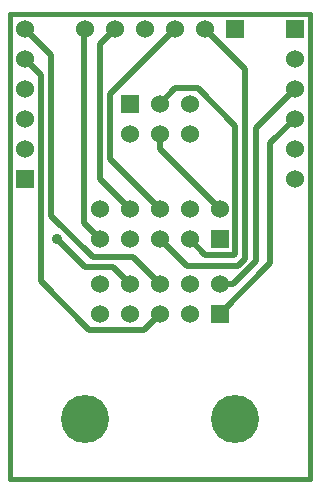
<source format=gtl>
G04 (created by PCBNEW-RS274X (2012-01-19 BZR 3256)-stable) date 07/10/2012 22:08:04*
G01*
G70*
G90*
%MOIN*%
G04 Gerber Fmt 3.4, Leading zero omitted, Abs format*
%FSLAX34Y34*%
G04 APERTURE LIST*
%ADD10C,0.006000*%
%ADD11C,0.015000*%
%ADD12C,0.160000*%
%ADD13R,0.060000X0.060000*%
%ADD14C,0.060000*%
%ADD15C,0.035000*%
%ADD16C,0.019800*%
G04 APERTURE END LIST*
G54D10*
G54D11*
X86000Y-40000D02*
X76000Y-40000D01*
X86000Y-55500D02*
X86000Y-40000D01*
X76000Y-55500D02*
X86000Y-55500D01*
X76000Y-40000D02*
X76000Y-55500D01*
G54D12*
X83500Y-53500D03*
X78500Y-53500D03*
G54D13*
X83000Y-47500D03*
G54D14*
X83000Y-46500D03*
X82000Y-47500D03*
X82000Y-46500D03*
X81000Y-47500D03*
X81000Y-46500D03*
X80000Y-47500D03*
X80000Y-46500D03*
X79000Y-47500D03*
X79000Y-46500D03*
G54D13*
X83000Y-50000D03*
G54D14*
X83000Y-49000D03*
X82000Y-50000D03*
X82000Y-49000D03*
X81000Y-50000D03*
X81000Y-49000D03*
X80000Y-50000D03*
X80000Y-49000D03*
X79000Y-50000D03*
X79000Y-49000D03*
G54D13*
X80000Y-43000D03*
G54D14*
X80000Y-44000D03*
X81000Y-43000D03*
X81000Y-44000D03*
X82000Y-43000D03*
X82000Y-44000D03*
G54D13*
X76500Y-45500D03*
G54D14*
X76500Y-44500D03*
X76500Y-43500D03*
X76500Y-42500D03*
X76500Y-41500D03*
X76500Y-40500D03*
G54D13*
X83500Y-40500D03*
G54D14*
X82500Y-40500D03*
X81500Y-40500D03*
X80500Y-40500D03*
X79500Y-40500D03*
X78500Y-40500D03*
G54D13*
X85500Y-40500D03*
G54D14*
X85500Y-41500D03*
X85500Y-42500D03*
X85500Y-43500D03*
X85500Y-44500D03*
X85500Y-45500D03*
G54D15*
X77569Y-47484D03*
G54D16*
X81000Y-44000D02*
X81000Y-44500D01*
X81000Y-44500D02*
X83000Y-46500D01*
X83000Y-50000D02*
X84685Y-48315D01*
X84685Y-44315D02*
X85500Y-43500D01*
X84685Y-48315D02*
X84685Y-44315D01*
X84204Y-43796D02*
X85500Y-42500D01*
X84204Y-48247D02*
X84204Y-43796D01*
X83451Y-49000D02*
X84204Y-48247D01*
X83000Y-49000D02*
X83451Y-49000D01*
X77374Y-41374D02*
X76500Y-40500D01*
X77374Y-46731D02*
X77374Y-41374D01*
X77375Y-46731D02*
X77374Y-46731D01*
X78759Y-48115D02*
X77375Y-46731D01*
X80115Y-48115D02*
X78759Y-48115D01*
X81000Y-49000D02*
X80115Y-48115D01*
X78652Y-50521D02*
X80479Y-50521D01*
X77040Y-42040D02*
X77040Y-48909D01*
X76500Y-41500D02*
X77040Y-42040D01*
X80479Y-50521D02*
X81000Y-50000D01*
X77040Y-48909D02*
X78652Y-50521D01*
X79435Y-48435D02*
X80000Y-49000D01*
X78520Y-48435D02*
X79435Y-48435D01*
X77569Y-47484D02*
X78520Y-48435D01*
X82520Y-48020D02*
X82000Y-47500D01*
X83466Y-48020D02*
X82520Y-48020D01*
X83521Y-47965D02*
X83466Y-48020D01*
X83521Y-43721D02*
X83521Y-47965D01*
X82279Y-42479D02*
X83521Y-43721D01*
X81521Y-42479D02*
X82279Y-42479D01*
X81000Y-43000D02*
X81521Y-42479D01*
X78500Y-40500D02*
X78460Y-40540D01*
X78460Y-46960D02*
X79000Y-47500D01*
X78460Y-40540D02*
X78460Y-46960D01*
X79016Y-45516D02*
X80000Y-46500D01*
X79016Y-40984D02*
X79016Y-45516D01*
X79500Y-40500D02*
X79016Y-40984D01*
X82500Y-40500D02*
X83841Y-41841D01*
X83841Y-41841D02*
X83841Y-48159D01*
X83841Y-48159D02*
X83591Y-48409D01*
X83591Y-48409D02*
X81909Y-48409D01*
X81909Y-48409D02*
X81000Y-47500D01*
X79336Y-44836D02*
X81000Y-46500D01*
X79336Y-42664D02*
X79336Y-44836D01*
X81500Y-40500D02*
X79336Y-42664D01*
M02*

</source>
